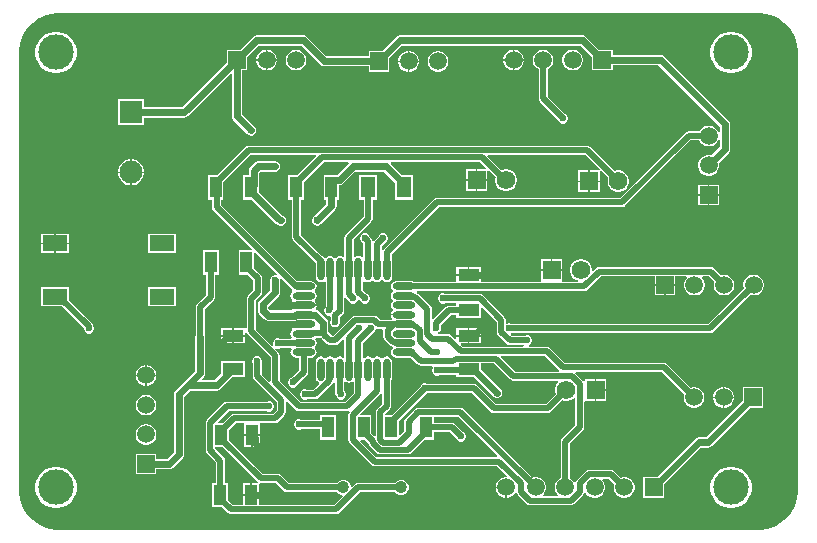
<source format=gtl>
G04*
G04 #@! TF.GenerationSoftware,Altium Limited,Altium Designer,23.4.1 (23)*
G04*
G04 Layer_Physical_Order=1*
G04 Layer_Color=255*
%FSLAX44Y44*%
%MOMM*%
G71*
G04*
G04 #@! TF.SameCoordinates,574EF0A3-D4D7-4E79-882F-14C39876F300*
G04*
G04*
G04 #@! TF.FilePolarity,Positive*
G04*
G01*
G75*
%ADD11C,0.6000*%
%ADD18O,1.9500X0.6000*%
%ADD19O,0.6000X1.9500*%
%ADD20R,2.1000X1.4000*%
%ADD21R,1.0500X1.8000*%
%ADD22R,1.8200X1.0200*%
%ADD23R,1.1046X1.7062*%
%ADD24R,1.8000X1.0000*%
%ADD25R,1.2500X1.8000*%
%ADD41C,0.5000*%
%ADD42C,3.0000*%
%ADD43R,1.5080X1.5080*%
%ADD44C,1.5080*%
%ADD45C,1.9500*%
%ADD46R,1.9500X1.9500*%
%ADD47R,1.5080X1.5080*%
%ADD48C,1.5750*%
%ADD49R,1.5750X1.5750*%
%ADD50C,1.0300*%
%ADD51C,0.6000*%
G36*
X911860Y973321D02*
X914057Y973321D01*
X918414Y972747D01*
X922658Y971610D01*
X926718Y969929D01*
X930523Y967731D01*
X934009Y965056D01*
X937116Y961949D01*
X939791Y958463D01*
X941988Y954658D01*
X943670Y950598D01*
X944807Y946354D01*
X945381Y941997D01*
X945381Y939800D01*
X945381Y568960D01*
Y566763D01*
X944807Y562406D01*
X943670Y558162D01*
X941988Y554102D01*
X939791Y550297D01*
X937116Y546811D01*
X934009Y543704D01*
X930523Y541029D01*
X926718Y538831D01*
X922658Y537150D01*
X918413Y536013D01*
X914057Y535439D01*
X911860D01*
X320040Y535439D01*
X317843Y535439D01*
X313486Y536012D01*
X309242Y537150D01*
X305182Y538831D01*
X301377Y541029D01*
X297891Y543703D01*
X294784Y546811D01*
X292108Y550297D01*
X289911Y554102D01*
X288230Y558162D01*
X287093Y562406D01*
X286519Y566763D01*
X286519Y568960D01*
X286519Y939800D01*
Y941997D01*
X287093Y946354D01*
X288230Y950598D01*
X289912Y954658D01*
X292108Y958463D01*
X294784Y961949D01*
X297891Y965057D01*
X301377Y967731D01*
X305182Y969928D01*
X309242Y971610D01*
X313486Y972747D01*
X317843Y973321D01*
X320040Y973321D01*
X911860Y973321D01*
D02*
G37*
%LPC*%
G36*
X763340Y954314D02*
X608560D01*
X606894Y953982D01*
X605481Y953038D01*
X593603Y941160D01*
X582140D01*
Y936704D01*
X546471D01*
X530136Y953038D01*
X528724Y953982D01*
X527057Y954314D01*
X487210D01*
X485544Y953982D01*
X484132Y953038D01*
X473353Y942260D01*
X461890D01*
Y930797D01*
X424447Y893354D01*
X392020D01*
Y900020D01*
X369980D01*
Y877980D01*
X392020D01*
Y884646D01*
X426250D01*
X427916Y884978D01*
X429329Y885921D01*
X465173Y921766D01*
X466347Y921280D01*
Y885660D01*
X466678Y883994D01*
X467622Y882581D01*
X479521Y870682D01*
X479878Y870443D01*
X480181Y870140D01*
X480577Y869976D01*
X480934Y869738D01*
X481354Y869654D01*
X481751Y869490D01*
X482179D01*
X482600Y869406D01*
X483021Y869490D01*
X483449D01*
X483845Y869654D01*
X484266Y869738D01*
X484623Y869976D01*
X485019Y870140D01*
X485322Y870443D01*
X485678Y870682D01*
X485917Y871038D01*
X486220Y871341D01*
X486384Y871737D01*
X486622Y872094D01*
X486706Y872514D01*
X486870Y872911D01*
Y873339D01*
X486954Y873760D01*
X486870Y874181D01*
Y874609D01*
X486706Y875005D01*
X486622Y875426D01*
X486384Y875783D01*
X486220Y876179D01*
X485917Y876482D01*
X485678Y876839D01*
X475054Y887463D01*
Y924640D01*
X479510D01*
Y936103D01*
X489013Y945606D01*
X525254D01*
X541589Y929272D01*
X543001Y928328D01*
X544667Y927997D01*
X582140D01*
Y923540D01*
X599760D01*
Y935003D01*
X610363Y945606D01*
X761537D01*
X771040Y936103D01*
Y924640D01*
X788660D01*
Y929096D01*
X827507D01*
X879566Y877037D01*
Y872207D01*
X878296Y872040D01*
X878160Y872550D01*
X877000Y874559D01*
X875359Y876200D01*
X873351Y877359D01*
X871110Y877960D01*
X868790D01*
X866550Y877359D01*
X864540Y876200D01*
X862900Y874559D01*
X861996Y872994D01*
X852997D01*
X852997Y872994D01*
X851526Y872701D01*
X850279Y871868D01*
X850279Y871868D01*
X795055Y816644D01*
X639954D01*
X639954Y816644D01*
X638483Y816351D01*
X637236Y815518D01*
X595023Y773305D01*
X594664Y772767D01*
X593394Y773153D01*
Y775918D01*
X595750Y778274D01*
X596779Y778700D01*
X597980Y779901D01*
X598630Y781471D01*
Y783169D01*
X597980Y784739D01*
X596779Y785940D01*
X595209Y786590D01*
X593511D01*
X591941Y785940D01*
X590740Y784739D01*
X590314Y783710D01*
X586832Y780228D01*
X586642Y779943D01*
X586345Y779930D01*
X585322Y780253D01*
X585101Y781361D01*
X584268Y782608D01*
X584268Y782608D01*
X583166Y783710D01*
X582740Y784739D01*
X581539Y785940D01*
X579969Y786590D01*
X578271D01*
X576701Y785940D01*
X575500Y784739D01*
X574850Y783169D01*
Y781471D01*
X575500Y779901D01*
X576701Y778700D01*
X577706Y778284D01*
Y766802D01*
X577183Y766475D01*
X576436Y766257D01*
X575216Y767073D01*
X573550Y767404D01*
X571884Y767073D01*
X570664Y766257D01*
X569916Y766475D01*
X569394Y766802D01*
Y781518D01*
X584368Y796492D01*
X584368Y796492D01*
X585201Y797739D01*
X585494Y799210D01*
Y815230D01*
X589170D01*
Y835770D01*
X574130D01*
Y815230D01*
X577806D01*
Y800803D01*
X562832Y785828D01*
X561998Y784581D01*
X561706Y783110D01*
X561706Y783110D01*
Y766802D01*
X561183Y766475D01*
X560436Y766257D01*
X559216Y767073D01*
X557550Y767404D01*
X555884Y767073D01*
X554471Y766129D01*
X554185Y765700D01*
X552915D01*
X552628Y766129D01*
X551216Y767073D01*
X549550Y767404D01*
X547884Y767073D01*
X546471Y766129D01*
X546185Y765700D01*
X544915D01*
X544628Y766129D01*
X543216Y767073D01*
X542901Y767135D01*
X524544Y785492D01*
Y815230D01*
X527220D01*
Y830334D01*
X543942Y847056D01*
X564783D01*
X565309Y845786D01*
X555731Y836208D01*
X554799Y836022D01*
X554546Y835854D01*
X552950D01*
X552529Y835770D01*
X544180D01*
Y815230D01*
X546346D01*
Y811583D01*
X535401Y800639D01*
X535163Y800282D01*
X534860Y799979D01*
X534696Y799583D01*
X534458Y799226D01*
X534374Y798805D01*
X534210Y798409D01*
Y797980D01*
X534126Y797560D01*
X534210Y797140D01*
Y796711D01*
X534374Y796314D01*
X534458Y795894D01*
X534696Y795537D01*
X534860Y795141D01*
X535163Y794838D01*
X535401Y794482D01*
X535758Y794243D01*
X536061Y793940D01*
X536457Y793776D01*
X536814Y793538D01*
X537234Y793454D01*
X537631Y793290D01*
X538060D01*
X538480Y793206D01*
X538900Y793290D01*
X539329D01*
X539725Y793454D01*
X540146Y793538D01*
X540503Y793776D01*
X540899Y793940D01*
X541202Y794243D01*
X541558Y794482D01*
X553778Y806702D01*
X554722Y808114D01*
X555054Y809780D01*
Y815230D01*
X557220D01*
Y827396D01*
X557631Y827478D01*
X557969Y827704D01*
X559346Y827978D01*
X560759Y828922D01*
X570763Y838926D01*
X595317D01*
X604630Y829613D01*
Y815230D01*
X619670D01*
Y835770D01*
X610787D01*
X600771Y845786D01*
X601297Y847056D01*
X676614D01*
X681405Y842265D01*
X680879Y840995D01*
X674135D01*
Y832485D01*
X682645D01*
Y839230D01*
X683915Y839756D01*
X689622Y834049D01*
X689355Y833054D01*
Y830646D01*
X689978Y828320D01*
X691182Y826235D01*
X692885Y824532D01*
X694970Y823328D01*
X697296Y822705D01*
X699704D01*
X702030Y823328D01*
X704115Y824532D01*
X705818Y826235D01*
X707022Y828320D01*
X707645Y830646D01*
Y833054D01*
X707022Y835380D01*
X705818Y837465D01*
X704115Y839168D01*
X702030Y840372D01*
X699704Y840995D01*
X697296D01*
X694970Y840372D01*
X694463Y840079D01*
X682390Y852153D01*
X682876Y853326D01*
X765538D01*
X777701Y841163D01*
X777173Y839895D01*
X776642Y839895D01*
X769185D01*
Y831385D01*
X777695D01*
Y838760D01*
X777695Y839373D01*
X778963Y839901D01*
X784934Y833930D01*
X784405Y831954D01*
Y829546D01*
X785028Y827220D01*
X786232Y825135D01*
X787935Y823432D01*
X790020Y822228D01*
X792346Y821605D01*
X794754D01*
X797080Y822228D01*
X799165Y823432D01*
X800868Y825135D01*
X802072Y827220D01*
X802695Y829546D01*
Y831954D01*
X802072Y834280D01*
X800868Y836365D01*
X799165Y838068D01*
X797080Y839272D01*
X794754Y839895D01*
X792346D01*
X790370Y839366D01*
X769848Y859888D01*
X768601Y860721D01*
X767130Y861014D01*
X767130Y861014D01*
X480520D01*
X480520Y861014D01*
X479049Y860721D01*
X477802Y859888D01*
X477802Y859888D01*
X453684Y835770D01*
X446080D01*
Y815230D01*
X449527D01*
Y808729D01*
X449527Y808729D01*
X449819Y807258D01*
X450652Y806011D01*
X483220Y773443D01*
X482734Y772270D01*
X472030D01*
Y751730D01*
X479634D01*
X484528Y746837D01*
Y738669D01*
X479882Y734023D01*
X479049Y732776D01*
X478756Y731305D01*
X478756Y731305D01*
Y706759D01*
X477730Y706170D01*
X477486Y706170D01*
X467995D01*
Y700435D01*
X477730D01*
Y702229D01*
X479000Y702354D01*
X479049Y702109D01*
X479882Y700862D01*
X499076Y681668D01*
Y661316D01*
X497806Y660790D01*
X491524Y667072D01*
Y676302D01*
X491950Y677331D01*
Y679029D01*
X491300Y680599D01*
X490099Y681800D01*
X488529Y682450D01*
X486831D01*
X485261Y681800D01*
X484060Y680599D01*
X483410Y679029D01*
Y677331D01*
X483836Y676302D01*
Y665480D01*
X483836Y665480D01*
X484129Y664009D01*
X484962Y662762D01*
X504156Y643568D01*
Y636592D01*
X501328Y633764D01*
X468162D01*
X468162Y633764D01*
X466691Y633471D01*
X465444Y632638D01*
X465444Y632638D01*
X458557Y625751D01*
X454711D01*
X454225Y626924D01*
X463536Y636236D01*
X495962D01*
X496991Y635810D01*
X498689D01*
X500259Y636460D01*
X501460Y637661D01*
X502110Y639231D01*
Y640929D01*
X501460Y642499D01*
X500259Y643700D01*
X498689Y644350D01*
X496991D01*
X495962Y643924D01*
X461944D01*
X461944Y643924D01*
X460473Y643631D01*
X459226Y642798D01*
X459226Y642798D01*
X445189Y628761D01*
X444356Y627514D01*
X444063Y626043D01*
X444063Y626043D01*
Y602951D01*
X444063Y602951D01*
X444356Y601480D01*
X445189Y600233D01*
X452740Y592681D01*
Y574951D01*
X449791D01*
Y555349D01*
X457941D01*
X463159Y550131D01*
X463159Y550131D01*
X464407Y549298D01*
X465877Y549005D01*
X465878Y549005D01*
X554764D01*
X554764Y549005D01*
X556235Y549298D01*
X557482Y550131D01*
X575007Y567656D01*
X604365D01*
X605963Y566057D01*
X608323Y565080D01*
X610877D01*
X613237Y566057D01*
X615043Y567863D01*
X616020Y570223D01*
Y572777D01*
X615043Y575137D01*
X613237Y576943D01*
X610877Y577920D01*
X608323D01*
X605963Y576943D01*
X604365Y575344D01*
X573415D01*
X573415Y575344D01*
X571944Y575051D01*
X570697Y574218D01*
X570697Y574218D01*
X568393Y571915D01*
X567220Y572401D01*
Y572777D01*
X566243Y575137D01*
X564437Y576943D01*
X562077Y577920D01*
X559523D01*
X557163Y576943D01*
X555565Y575344D01*
X514672D01*
X508178Y581838D01*
X506931Y582671D01*
X505460Y582964D01*
X505460Y582964D01*
X492614D01*
X463993Y611585D01*
Y620315D01*
X469754Y626076D01*
X475287D01*
X476423Y625751D01*
X476423Y624806D01*
Y616585D01*
X490009D01*
Y624806D01*
X490009Y625751D01*
X491144Y626076D01*
X502920D01*
X502920Y626076D01*
X504391Y626369D01*
X505638Y627202D01*
X510718Y632282D01*
X510718Y632282D01*
X511551Y633529D01*
X511844Y635000D01*
X511844Y635000D01*
Y644244D01*
X513114Y644770D01*
X520522Y637362D01*
X520522Y637362D01*
X521769Y636529D01*
X523240Y636236D01*
X523240Y636236D01*
X563880D01*
X563880Y636236D01*
X565244Y636507D01*
X565577Y636247D01*
X566112Y635580D01*
X565279Y634333D01*
X564986Y632862D01*
X564986Y632861D01*
Y611739D01*
X564986Y611738D01*
X565279Y610267D01*
X566112Y609020D01*
X584484Y590649D01*
X584484Y590648D01*
X585731Y589815D01*
X587202Y589523D01*
X691036D01*
X698979Y581580D01*
X698453Y580310D01*
X697340D01*
X695099Y579710D01*
X693091Y578550D01*
X691450Y576909D01*
X690290Y574901D01*
X689690Y572660D01*
Y572135D01*
X698500D01*
Y571500D01*
X699135D01*
Y562690D01*
X699660D01*
X701900Y563290D01*
X703910Y564450D01*
X705550Y566091D01*
X706065Y566983D01*
X707371Y566783D01*
X707404Y566762D01*
X707449Y566534D01*
X708282Y565287D01*
X716097Y557472D01*
X716097Y557472D01*
X717345Y556639D01*
X718816Y556346D01*
X718816Y556346D01*
X753185D01*
X753185Y556346D01*
X754656Y556639D01*
X755903Y557472D01*
X763718Y565287D01*
X763718Y565287D01*
X764551Y566534D01*
X764596Y566762D01*
X765935Y566983D01*
X766450Y566091D01*
X768091Y564450D01*
X770100Y563290D01*
X772340Y562690D01*
X774660D01*
X776901Y563290D01*
X778910Y564450D01*
X780550Y566091D01*
X781710Y568100D01*
X782310Y570340D01*
Y572660D01*
X781710Y574901D01*
X780550Y576909D01*
X779763Y577696D01*
X780289Y578966D01*
X785598D01*
X790158Y574406D01*
X789690Y572660D01*
Y570340D01*
X790290Y568100D01*
X791450Y566091D01*
X793090Y564450D01*
X795099Y563290D01*
X797340Y562690D01*
X799660D01*
X801900Y563290D01*
X803909Y564450D01*
X805549Y566091D01*
X806709Y568100D01*
X807310Y570340D01*
Y572660D01*
X806709Y574901D01*
X805549Y576909D01*
X803909Y578550D01*
X801900Y579710D01*
X799660Y580310D01*
X797340D01*
X795594Y579842D01*
X789908Y585528D01*
X788661Y586361D01*
X787190Y586654D01*
X787190Y586654D01*
X768815D01*
X767344Y586361D01*
X766097Y585528D01*
X766097Y585528D01*
X758282Y577713D01*
X757449Y576466D01*
X757403Y576238D01*
X757371Y576217D01*
X756065Y576017D01*
X755550Y576909D01*
X753909Y578550D01*
X752344Y579454D01*
Y608736D01*
X763663Y620055D01*
X763663Y620055D01*
X764496Y621302D01*
X764789Y622773D01*
Y643787D01*
X765155Y644905D01*
X766059Y644905D01*
X773665D01*
Y654050D01*
Y663195D01*
X765155D01*
Y661644D01*
X763885Y661259D01*
X763663Y661591D01*
X763663Y661592D01*
X757268Y667986D01*
X757794Y669256D01*
X830658D01*
X849308Y650606D01*
X848840Y648860D01*
Y646540D01*
X849440Y644299D01*
X850600Y642290D01*
X852240Y640650D01*
X854249Y639490D01*
X856490Y638890D01*
X858810D01*
X861050Y639490D01*
X863059Y640650D01*
X864699Y642290D01*
X865859Y644299D01*
X866460Y646540D01*
Y648860D01*
X865859Y651100D01*
X864699Y653110D01*
X863059Y654750D01*
X861050Y655910D01*
X858810Y656510D01*
X856490D01*
X854744Y656042D01*
X834968Y675818D01*
X833721Y676651D01*
X832250Y676944D01*
X832250Y676944D01*
X748310D01*
X735597Y689658D01*
X734350Y690491D01*
X732879Y690784D01*
X732879Y690784D01*
X718260D01*
X718008Y692054D01*
X718699Y692340D01*
X719900Y693541D01*
X720550Y695111D01*
Y696809D01*
X719900Y698379D01*
X718699Y699580D01*
X717129Y700230D01*
X715431D01*
X714402Y699804D01*
X703218D01*
X702345Y700677D01*
X702652Y702166D01*
X702918Y702276D01*
X871220D01*
X871220Y702276D01*
X872691Y702569D01*
X873938Y703402D01*
X905144Y734608D01*
X906890Y734140D01*
X909210D01*
X911451Y734740D01*
X913459Y735900D01*
X915100Y737541D01*
X916260Y739549D01*
X916860Y741790D01*
Y744110D01*
X916260Y746350D01*
X915100Y748360D01*
X913459Y750000D01*
X911451Y751160D01*
X909210Y751760D01*
X906890D01*
X904650Y751160D01*
X902641Y750000D01*
X901000Y748360D01*
X899840Y746350D01*
X899240Y744110D01*
Y741790D01*
X899708Y740044D01*
X869628Y709964D01*
X702918D01*
X701889Y710390D01*
X700191D01*
X699384Y710056D01*
X698114Y710892D01*
Y713411D01*
X698114Y713411D01*
X697821Y714882D01*
X696988Y716129D01*
X678879Y734238D01*
X677632Y735071D01*
X676161Y735364D01*
X676161Y735364D01*
X647038D01*
X646009Y735790D01*
X644311D01*
X642741Y735140D01*
X641540Y733939D01*
X640890Y732369D01*
Y730671D01*
X641540Y729101D01*
X642741Y727900D01*
X644311Y727250D01*
X646009D01*
X647038Y727676D01*
X656480D01*
Y725444D01*
X650250D01*
X650250Y725444D01*
X648779Y725151D01*
X647532Y724318D01*
X647532Y724318D01*
X636954Y713740D01*
X636248Y713878D01*
X635684Y714212D01*
Y722334D01*
X635684Y722334D01*
X635391Y723805D01*
X634558Y725052D01*
X624322Y735288D01*
X623075Y736121D01*
X623061Y736124D01*
X622702Y736686D01*
X623398Y737956D01*
X764618D01*
X764618Y737956D01*
X766089Y738249D01*
X767336Y739082D01*
X778671Y750416D01*
X824240D01*
Y743585D01*
X841860D01*
Y750416D01*
X851261D01*
X851787Y749146D01*
X851000Y748360D01*
X849840Y746350D01*
X849240Y744110D01*
Y741790D01*
X849840Y739549D01*
X851000Y737541D01*
X852641Y735900D01*
X854650Y734740D01*
X856890Y734140D01*
X859210D01*
X861451Y734740D01*
X863460Y735900D01*
X865100Y737541D01*
X866260Y739549D01*
X866860Y741790D01*
Y744110D01*
X866260Y746350D01*
X865100Y748360D01*
X864313Y749146D01*
X864839Y750416D01*
X870148D01*
X874708Y745856D01*
X874240Y744110D01*
Y741790D01*
X874840Y739549D01*
X876000Y737541D01*
X877640Y735900D01*
X879649Y734740D01*
X881890Y734140D01*
X884210D01*
X886450Y734740D01*
X888459Y735900D01*
X890099Y737541D01*
X891259Y739549D01*
X891860Y741790D01*
Y744110D01*
X891259Y746350D01*
X890099Y748360D01*
X888459Y750000D01*
X886450Y751160D01*
X884210Y751760D01*
X881890D01*
X880144Y751292D01*
X874458Y756978D01*
X873211Y757811D01*
X871740Y758104D01*
X871740Y758104D01*
X777079D01*
X777078Y758104D01*
X775608Y757811D01*
X774361Y756978D01*
X772415Y755033D01*
X771145Y755559D01*
Y756854D01*
X770522Y759180D01*
X769318Y761265D01*
X767615Y762968D01*
X765530Y764172D01*
X763204Y764795D01*
X760796D01*
X758470Y764172D01*
X756385Y762968D01*
X754682Y761265D01*
X753478Y759180D01*
X752855Y756854D01*
Y754446D01*
X753478Y752120D01*
X754682Y750035D01*
X756385Y748332D01*
X758470Y747128D01*
X759271Y746914D01*
X759103Y745644D01*
X747058D01*
X746145Y746505D01*
X746145Y746914D01*
Y755015D01*
X737000D01*
X727855D01*
Y746914D01*
X727855Y746505D01*
X726942Y745644D01*
X677020D01*
Y750965D01*
X666750D01*
X656480D01*
Y745644D01*
X620733D01*
X620466Y745822D01*
X618800Y746153D01*
X605300D01*
X603634Y745822D01*
X602222Y744878D01*
X601278Y743466D01*
X600946Y741800D01*
X601278Y740134D01*
X602222Y738721D01*
X602650Y738435D01*
Y737165D01*
X602222Y736878D01*
X601278Y735466D01*
X600946Y733800D01*
X601278Y732134D01*
X602222Y730721D01*
X602650Y730435D01*
Y729165D01*
X602222Y728878D01*
X601278Y727466D01*
X600946Y725800D01*
X601278Y724134D01*
X602222Y722721D01*
X602650Y722435D01*
Y721165D01*
X602222Y720878D01*
X601278Y719466D01*
X601073Y718435D01*
X612050D01*
Y717165D01*
X601073D01*
X601278Y716134D01*
X602093Y714914D01*
X601875Y714167D01*
X601549Y713644D01*
X591686D01*
X589722Y715608D01*
X588475Y716441D01*
X587004Y716734D01*
X587004Y716734D01*
X570650D01*
X570650Y716734D01*
X569179Y716441D01*
X567932Y715608D01*
X567932Y715608D01*
X552432Y700108D01*
X551033D01*
X548287Y702854D01*
X548287Y702854D01*
X548068Y703074D01*
Y705207D01*
X548127Y705506D01*
X548068Y705806D01*
Y711046D01*
X547736Y712712D01*
X546793Y714124D01*
X540038Y720878D01*
X538626Y721822D01*
X537870Y721973D01*
X537317Y723378D01*
X537822Y724134D01*
X538027Y725165D01*
X527050D01*
X516073D01*
X516278Y724134D01*
X517221Y722721D01*
X517263Y722694D01*
X516878Y721424D01*
X498853D01*
X497114Y723163D01*
Y724637D01*
X505998Y733521D01*
X506942Y734934D01*
X507274Y736600D01*
Y746760D01*
X507190Y747180D01*
Y747609D01*
X507142Y747726D01*
X508140Y748393D01*
X508237Y748427D01*
X516215Y740449D01*
X516278Y740134D01*
X517221Y738721D01*
X517650Y738435D01*
Y737165D01*
X517221Y736878D01*
X516278Y735466D01*
X515946Y733800D01*
X516278Y732134D01*
X517221Y730721D01*
X517650Y730435D01*
Y729165D01*
X517221Y728878D01*
X516278Y727466D01*
X516073Y726435D01*
X527050D01*
X538027D01*
X537822Y727466D01*
X536879Y728878D01*
X536450Y729165D01*
Y730435D01*
X536879Y730721D01*
X537822Y732134D01*
X538154Y733800D01*
X537822Y735466D01*
X536879Y736878D01*
X536450Y737165D01*
Y738435D01*
X536879Y738721D01*
X537822Y740134D01*
X538154Y741800D01*
X537822Y743466D01*
X536879Y744878D01*
X535466Y745822D01*
X533800Y746153D01*
X521382D01*
X457214Y810322D01*
Y815230D01*
X459120D01*
Y830334D01*
X482112Y853326D01*
X537681D01*
X538167Y852153D01*
X521784Y835770D01*
X514180D01*
Y815230D01*
X516856D01*
Y783900D01*
X516856Y783900D01*
X517149Y782429D01*
X517982Y781182D01*
X537196Y761968D01*
Y749550D01*
X537528Y747884D01*
X538471Y746472D01*
X539884Y745528D01*
X541550Y745197D01*
X543216Y745528D01*
X544436Y746343D01*
X545183Y746125D01*
X545706Y745799D01*
Y724465D01*
X545020Y723779D01*
X544370Y722209D01*
Y720511D01*
X545020Y718941D01*
X546221Y717740D01*
X547791Y717090D01*
X549489D01*
X550128Y715980D01*
Y713601D01*
X549511Y712110D01*
Y710411D01*
X550161Y708842D01*
X551362Y707641D01*
X552931Y706991D01*
X554630D01*
X556199Y707641D01*
X557401Y708842D01*
X558051Y710411D01*
Y712110D01*
X557816Y712677D01*
Y715526D01*
X560268Y717978D01*
X561101Y719225D01*
X561394Y720696D01*
Y732078D01*
X562664Y732464D01*
X562832Y732212D01*
X564914Y730130D01*
X565340Y729101D01*
X566541Y727900D01*
X568111Y727250D01*
X569809D01*
X571379Y727900D01*
X572580Y729101D01*
X573086Y730322D01*
X574403Y730801D01*
X575074Y730130D01*
X575500Y729101D01*
X576701Y727900D01*
X578271Y727250D01*
X579969D01*
X581539Y727900D01*
X582740Y729101D01*
X583390Y730671D01*
Y732369D01*
X582740Y733939D01*
X581539Y735140D01*
X580510Y735566D01*
X577394Y738682D01*
Y745799D01*
X577916Y746125D01*
X578664Y746343D01*
X579884Y745528D01*
X581550Y745197D01*
X583216Y745528D01*
X584628Y746472D01*
X584915Y746901D01*
X586185D01*
X586472Y746472D01*
X587884Y745528D01*
X589550Y745197D01*
X591216Y745528D01*
X592629Y746472D01*
X592915Y746900D01*
X594185D01*
X594472Y746472D01*
X595884Y745528D01*
X597550Y745197D01*
X599216Y745528D01*
X600629Y746472D01*
X601572Y747884D01*
X601904Y749550D01*
Y763050D01*
X601585Y764651D01*
Y768995D01*
X641546Y808956D01*
X796647D01*
X796647Y808956D01*
X798118Y809249D01*
X799365Y810082D01*
X854589Y865306D01*
X861996D01*
X862900Y863740D01*
X864540Y862100D01*
X866550Y860940D01*
X868790Y860340D01*
X871110D01*
X873351Y860940D01*
X875359Y862100D01*
X877000Y863740D01*
X878160Y865749D01*
X878296Y866260D01*
X879566Y866093D01*
Y859924D01*
X872288Y852645D01*
X871110Y852960D01*
X868790D01*
X866550Y852360D01*
X864540Y851200D01*
X862900Y849560D01*
X861740Y847551D01*
X861140Y845310D01*
Y842990D01*
X861740Y840750D01*
X862900Y838741D01*
X864540Y837101D01*
X866550Y835941D01*
X868790Y835340D01*
X871110D01*
X873351Y835941D01*
X875359Y837101D01*
X877000Y838741D01*
X878160Y840750D01*
X878760Y842990D01*
Y845310D01*
X878444Y846488D01*
X886999Y855042D01*
X887942Y856454D01*
X888274Y858120D01*
Y878840D01*
X887942Y880506D01*
X886999Y881918D01*
X832389Y936528D01*
X830976Y937472D01*
X829310Y937804D01*
X788660D01*
Y942260D01*
X777197D01*
X766419Y953038D01*
X765006Y953982D01*
X763340Y954314D01*
D02*
G37*
G36*
X706010Y942260D02*
X705485D01*
Y934085D01*
X713660D01*
Y934610D01*
X713060Y936851D01*
X711900Y938859D01*
X710259Y940500D01*
X708251Y941660D01*
X706010Y942260D01*
D02*
G37*
G36*
X496860D02*
X496335D01*
Y934085D01*
X504510D01*
Y934610D01*
X503909Y936851D01*
X502749Y938859D01*
X501109Y940500D01*
X499100Y941660D01*
X496860Y942260D01*
D02*
G37*
G36*
X704215D02*
X703690D01*
X701450Y941660D01*
X699441Y940500D01*
X697800Y938859D01*
X696640Y936851D01*
X696040Y934610D01*
Y934085D01*
X704215D01*
Y942260D01*
D02*
G37*
G36*
X495065D02*
X494540D01*
X492299Y941660D01*
X490290Y940500D01*
X488650Y938859D01*
X487490Y936851D01*
X486890Y934610D01*
Y934085D01*
X495065D01*
Y942260D01*
D02*
G37*
G36*
X617110Y941160D02*
X616585D01*
Y932985D01*
X624760D01*
Y933510D01*
X624160Y935751D01*
X623000Y937760D01*
X621359Y939400D01*
X619351Y940560D01*
X617110Y941160D01*
D02*
G37*
G36*
X615315D02*
X614790D01*
X612550Y940560D01*
X610541Y939400D01*
X608900Y937760D01*
X607740Y935751D01*
X607140Y933510D01*
Y932985D01*
X615315D01*
Y941160D01*
D02*
G37*
G36*
X756010Y942260D02*
X753690D01*
X751449Y941660D01*
X749440Y940500D01*
X747800Y938859D01*
X746640Y936851D01*
X746040Y934610D01*
Y932290D01*
X746640Y930050D01*
X747800Y928040D01*
X749440Y926400D01*
X751449Y925240D01*
X753690Y924640D01*
X756010D01*
X758250Y925240D01*
X760259Y926400D01*
X761900Y928040D01*
X763059Y930050D01*
X763660Y932290D01*
Y934610D01*
X763059Y936851D01*
X761900Y938859D01*
X760259Y940500D01*
X758250Y941660D01*
X756010Y942260D01*
D02*
G37*
G36*
X713660Y932815D02*
X705485D01*
Y924640D01*
X706010D01*
X708251Y925240D01*
X710259Y926400D01*
X711900Y928040D01*
X713060Y930050D01*
X713660Y932290D01*
Y932815D01*
D02*
G37*
G36*
X704215D02*
X696040D01*
Y932290D01*
X696640Y930050D01*
X697800Y928040D01*
X699441Y926400D01*
X701450Y925240D01*
X703690Y924640D01*
X704215D01*
Y932815D01*
D02*
G37*
G36*
X521860Y942260D02*
X519540D01*
X517299Y941660D01*
X515290Y940500D01*
X513650Y938859D01*
X512490Y936851D01*
X511890Y934610D01*
Y932290D01*
X512490Y930050D01*
X513650Y928040D01*
X515290Y926400D01*
X517299Y925240D01*
X519540Y924640D01*
X521860D01*
X524100Y925240D01*
X526110Y926400D01*
X527750Y928040D01*
X528910Y930050D01*
X529510Y932290D01*
Y934610D01*
X528910Y936851D01*
X527750Y938859D01*
X526110Y940500D01*
X524100Y941660D01*
X521860Y942260D01*
D02*
G37*
G36*
X504510Y932815D02*
X496335D01*
Y924640D01*
X496860D01*
X499100Y925240D01*
X501109Y926400D01*
X502749Y928040D01*
X503909Y930050D01*
X504510Y932290D01*
Y932815D01*
D02*
G37*
G36*
X495065D02*
X486890D01*
Y932290D01*
X487490Y930050D01*
X488650Y928040D01*
X490290Y926400D01*
X492299Y925240D01*
X494540Y924640D01*
X495065D01*
Y932815D01*
D02*
G37*
G36*
X642110Y941160D02*
X639790D01*
X637550Y940560D01*
X635541Y939400D01*
X633900Y937760D01*
X632741Y935751D01*
X632140Y933510D01*
Y931190D01*
X632741Y928950D01*
X633900Y926941D01*
X635541Y925300D01*
X637550Y924141D01*
X639790Y923540D01*
X642110D01*
X644351Y924141D01*
X646360Y925300D01*
X648000Y926941D01*
X649160Y928950D01*
X649760Y931190D01*
Y933510D01*
X649160Y935751D01*
X648000Y937760D01*
X646360Y939400D01*
X644351Y940560D01*
X642110Y941160D01*
D02*
G37*
G36*
X624760Y931715D02*
X616585D01*
Y923540D01*
X617110D01*
X619351Y924141D01*
X621359Y925300D01*
X623000Y926941D01*
X624160Y928950D01*
X624760Y931190D01*
Y931715D01*
D02*
G37*
G36*
X615315D02*
X607140D01*
Y931190D01*
X607740Y928950D01*
X608900Y926941D01*
X610541Y925300D01*
X612550Y924141D01*
X614790Y923540D01*
X615315D01*
Y931715D01*
D02*
G37*
G36*
X890724Y957300D02*
X887276D01*
X883895Y956628D01*
X880711Y955308D01*
X877844Y953393D01*
X875407Y950956D01*
X873492Y948089D01*
X872172Y944905D01*
X871500Y941524D01*
Y938076D01*
X872172Y934695D01*
X873492Y931511D01*
X875407Y928644D01*
X877844Y926207D01*
X880711Y924292D01*
X883895Y922972D01*
X887276Y922300D01*
X890724D01*
X894105Y922972D01*
X897289Y924292D01*
X900156Y926207D01*
X902593Y928644D01*
X904508Y931511D01*
X905827Y934695D01*
X906500Y938076D01*
Y941524D01*
X905827Y944905D01*
X904508Y948089D01*
X902593Y950956D01*
X900156Y953393D01*
X897289Y955308D01*
X894105Y956628D01*
X890724Y957300D01*
D02*
G37*
G36*
X319224D02*
X315776D01*
X312395Y956628D01*
X309211Y955308D01*
X306344Y953393D01*
X303907Y950956D01*
X301992Y948089D01*
X300672Y944905D01*
X300000Y941524D01*
Y938076D01*
X300672Y934695D01*
X301992Y931511D01*
X303907Y928644D01*
X306344Y926207D01*
X309211Y924292D01*
X312395Y922972D01*
X315776Y922300D01*
X319224D01*
X322605Y922972D01*
X325789Y924292D01*
X328656Y926207D01*
X331093Y928644D01*
X333008Y931511D01*
X334328Y934695D01*
X335000Y938076D01*
Y941524D01*
X334328Y944905D01*
X333008Y948089D01*
X331093Y950956D01*
X328656Y953393D01*
X325789Y955308D01*
X322605Y956628D01*
X319224Y957300D01*
D02*
G37*
G36*
X731010Y942260D02*
X728690D01*
X726450Y941660D01*
X724441Y940500D01*
X722801Y938859D01*
X721641Y936851D01*
X721040Y934610D01*
Y932290D01*
X721641Y930050D01*
X722801Y928040D01*
X724441Y926400D01*
X726006Y925496D01*
Y900830D01*
X726006Y900830D01*
X726299Y899359D01*
X727132Y898112D01*
X742714Y882530D01*
X743140Y881501D01*
X744341Y880300D01*
X745911Y879650D01*
X747609D01*
X749179Y880300D01*
X750380Y881501D01*
X751030Y883071D01*
Y884769D01*
X750380Y886339D01*
X749179Y887540D01*
X748150Y887966D01*
X733694Y902422D01*
Y925496D01*
X735260Y926400D01*
X736900Y928040D01*
X738060Y930050D01*
X738660Y932290D01*
Y934610D01*
X738060Y936851D01*
X736900Y938859D01*
X735260Y940500D01*
X733251Y941660D01*
X731010Y942260D01*
D02*
G37*
G36*
X382451Y849220D02*
X381635D01*
Y838835D01*
X392020D01*
Y839651D01*
X391269Y842454D01*
X389818Y844966D01*
X387766Y847018D01*
X385254Y848469D01*
X382451Y849220D01*
D02*
G37*
G36*
X380365D02*
X379549D01*
X376746Y848469D01*
X374234Y847018D01*
X372182Y844966D01*
X370731Y842454D01*
X369980Y839651D01*
Y838835D01*
X380365D01*
Y849220D01*
D02*
G37*
G36*
X672865Y840995D02*
X664355D01*
Y832485D01*
X672865D01*
Y840995D01*
D02*
G37*
G36*
X767915Y839895D02*
X759405D01*
Y831385D01*
X767915D01*
Y839895D01*
D02*
G37*
G36*
X392020Y837565D02*
X381635D01*
Y827180D01*
X382451D01*
X385254Y827931D01*
X387766Y829382D01*
X389818Y831434D01*
X391269Y833946D01*
X392020Y836749D01*
Y837565D01*
D02*
G37*
G36*
X380365D02*
X369980D01*
Y836749D01*
X370731Y833946D01*
X372182Y831434D01*
X374234Y829382D01*
X376746Y827931D01*
X379549Y827180D01*
X380365D01*
Y837565D01*
D02*
G37*
G36*
X682645Y831215D02*
X674135D01*
Y822705D01*
X682645D01*
Y831215D01*
D02*
G37*
G36*
X672865D02*
X664355D01*
Y822705D01*
X672865D01*
Y831215D01*
D02*
G37*
G36*
X777695Y830115D02*
X769185D01*
Y821605D01*
X777695D01*
Y830115D01*
D02*
G37*
G36*
X767915D02*
X759405D01*
Y821605D01*
X767915D01*
Y830115D01*
D02*
G37*
G36*
X878760Y827960D02*
X870585D01*
Y819785D01*
X878760D01*
Y827960D01*
D02*
G37*
G36*
X869315D02*
X861140D01*
Y819785D01*
X869315D01*
Y827960D01*
D02*
G37*
G36*
X878760Y818515D02*
X870585D01*
Y810340D01*
X878760D01*
Y818515D01*
D02*
G37*
G36*
X869315D02*
X861140D01*
Y810340D01*
X869315D01*
Y818515D01*
D02*
G37*
G36*
X502920Y847634D02*
X488365D01*
X486699Y847302D01*
X485286Y846358D01*
X481772Y842844D01*
X480828Y841431D01*
X480496Y839765D01*
Y835770D01*
X476080D01*
Y815230D01*
X482963D01*
X503712Y794482D01*
X505124Y793538D01*
X506790Y793206D01*
X508000D01*
X508420Y793290D01*
X508849D01*
X509245Y793454D01*
X509666Y793538D01*
X510023Y793776D01*
X510419Y793940D01*
X510722Y794243D01*
X511078Y794482D01*
X511317Y794838D01*
X511620Y795141D01*
X511784Y795537D01*
X512022Y795894D01*
X512106Y796314D01*
X512270Y796711D01*
Y797140D01*
X512354Y797560D01*
X512270Y797980D01*
Y798409D01*
X512106Y798805D01*
X512022Y799226D01*
X511784Y799583D01*
X511620Y799979D01*
X511317Y800282D01*
X511078Y800639D01*
X510722Y800877D01*
X510419Y801180D01*
X510023Y801344D01*
X509666Y801582D01*
X509245Y801666D01*
X508849Y801830D01*
X508677D01*
X489120Y821387D01*
Y827329D01*
X489204Y827750D01*
Y837962D01*
X490168Y838926D01*
X502920D01*
X503340Y839010D01*
X503769D01*
X504165Y839174D01*
X504586Y839258D01*
X504943Y839496D01*
X505339Y839660D01*
X505642Y839963D01*
X505998Y840201D01*
X506237Y840558D01*
X506540Y840861D01*
X506704Y841257D01*
X506942Y841614D01*
X507026Y842035D01*
X507190Y842431D01*
Y842859D01*
X507274Y843280D01*
X507190Y843700D01*
Y844129D01*
X507026Y844526D01*
X506942Y844946D01*
X506704Y845303D01*
X506540Y845699D01*
X506237Y846002D01*
X505998Y846358D01*
X505642Y846597D01*
X505339Y846900D01*
X504943Y847064D01*
X504586Y847302D01*
X504165Y847386D01*
X503769Y847550D01*
X503340D01*
X502920Y847634D01*
D02*
G37*
G36*
X328220Y786420D02*
X317085D01*
Y778785D01*
X328220D01*
Y786420D01*
D02*
G37*
G36*
X315815D02*
X304680D01*
Y778785D01*
X315815D01*
Y786420D01*
D02*
G37*
G36*
X419220D02*
X395680D01*
Y769880D01*
X419220D01*
Y786420D01*
D02*
G37*
G36*
X328220Y777515D02*
X317085D01*
Y769880D01*
X328220D01*
Y777515D01*
D02*
G37*
G36*
X315815D02*
X304680D01*
Y769880D01*
X315815D01*
Y777515D01*
D02*
G37*
G36*
X746145Y764795D02*
X737635D01*
Y756285D01*
X746145D01*
Y764795D01*
D02*
G37*
G36*
X736365D02*
X727855D01*
Y756285D01*
X736365D01*
Y764795D01*
D02*
G37*
G36*
X677020Y757870D02*
X667385D01*
Y752235D01*
X677020D01*
Y757870D01*
D02*
G37*
G36*
X666115D02*
X656480D01*
Y752235D01*
X666115D01*
Y757870D01*
D02*
G37*
G36*
X841860Y742315D02*
X833685D01*
Y734140D01*
X841860D01*
Y742315D01*
D02*
G37*
G36*
X832415D02*
X824240D01*
Y734140D01*
X832415D01*
Y742315D01*
D02*
G37*
G36*
X419220Y741420D02*
X395680D01*
Y724880D01*
X419220D01*
Y741420D01*
D02*
G37*
G36*
X328220D02*
X304680D01*
Y724880D01*
X322784D01*
X341170Y706494D01*
Y705271D01*
X341820Y703701D01*
X343021Y702500D01*
X344591Y701850D01*
X346289D01*
X347859Y702500D01*
X349060Y703701D01*
X349710Y705271D01*
Y706969D01*
X349060Y708539D01*
X348930Y708669D01*
X348800Y709322D01*
X347967Y710570D01*
X328220Y730316D01*
Y741420D01*
D02*
G37*
G36*
X466725Y706170D02*
X456990D01*
Y700435D01*
X466725D01*
Y706170D01*
D02*
G37*
G36*
X477730Y699165D02*
X467995D01*
Y693430D01*
X477730D01*
Y699165D01*
D02*
G37*
G36*
X466725D02*
X456990D01*
Y693430D01*
X466725D01*
Y699165D01*
D02*
G37*
G36*
X394860Y675160D02*
X394335D01*
Y666985D01*
X402510D01*
Y667510D01*
X401910Y669751D01*
X400750Y671760D01*
X399109Y673400D01*
X397100Y674560D01*
X394860Y675160D01*
D02*
G37*
G36*
X393065D02*
X392540D01*
X390299Y674560D01*
X388290Y673400D01*
X386650Y671760D01*
X385490Y669751D01*
X384890Y667510D01*
Y666985D01*
X393065D01*
Y675160D01*
D02*
G37*
G36*
X402510Y665715D02*
X394335D01*
Y657540D01*
X394860D01*
X397100Y658141D01*
X399109Y659301D01*
X400750Y660941D01*
X401910Y662950D01*
X402510Y665190D01*
Y665715D01*
D02*
G37*
G36*
X393065D02*
X384890D01*
Y665190D01*
X385490Y662950D01*
X386650Y660941D01*
X388290Y659301D01*
X390299Y658141D01*
X392540Y657540D01*
X393065D01*
Y665715D01*
D02*
G37*
G36*
X783445Y663195D02*
X774935D01*
Y654685D01*
X783445D01*
Y663195D01*
D02*
G37*
G36*
X883810Y656510D02*
X883285D01*
Y648335D01*
X891460D01*
Y648860D01*
X890860Y651100D01*
X889700Y653110D01*
X888059Y654750D01*
X886050Y655910D01*
X883810Y656510D01*
D02*
G37*
G36*
X882015D02*
X881490D01*
X879249Y655910D01*
X877241Y654750D01*
X875600Y653110D01*
X874440Y651100D01*
X873840Y648860D01*
Y648335D01*
X882015D01*
Y656510D01*
D02*
G37*
G36*
X783445Y653415D02*
X774935D01*
Y644905D01*
X783445D01*
Y653415D01*
D02*
G37*
G36*
X891460Y647065D02*
X883285D01*
Y638890D01*
X883810D01*
X886050Y639490D01*
X888059Y640650D01*
X889700Y642290D01*
X890860Y644299D01*
X891460Y646540D01*
Y647065D01*
D02*
G37*
G36*
X882015D02*
X873840D01*
Y646540D01*
X874440Y644299D01*
X875600Y642290D01*
X877241Y640650D01*
X879249Y639490D01*
X881490Y638890D01*
X882015D01*
Y647065D01*
D02*
G37*
G36*
X394860Y650160D02*
X392540D01*
X390299Y649560D01*
X388290Y648400D01*
X386650Y646759D01*
X385490Y644751D01*
X384890Y642510D01*
Y640190D01*
X385490Y637949D01*
X386650Y635941D01*
X388290Y634300D01*
X390299Y633140D01*
X392540Y632540D01*
X394860D01*
X397100Y633140D01*
X399109Y634300D01*
X400750Y635941D01*
X401910Y637949D01*
X402510Y640190D01*
Y642510D01*
X401910Y644751D01*
X400750Y646759D01*
X399109Y648400D01*
X397100Y649560D01*
X394860Y650160D01*
D02*
G37*
G36*
X554370Y632570D02*
X541330D01*
Y628684D01*
X525118D01*
X524089Y629110D01*
X522391D01*
X520821Y628460D01*
X519620Y627259D01*
X518970Y625689D01*
Y623991D01*
X519620Y622421D01*
X520821Y621220D01*
X522391Y620570D01*
X524089D01*
X525118Y620996D01*
X541330D01*
Y612030D01*
X554370D01*
Y632570D01*
D02*
G37*
G36*
X394860Y625160D02*
X392540D01*
X390299Y624559D01*
X388290Y623400D01*
X386650Y621759D01*
X385490Y619750D01*
X384890Y617510D01*
Y615190D01*
X385490Y612949D01*
X386650Y610940D01*
X388290Y609300D01*
X390299Y608140D01*
X392540Y607540D01*
X394860D01*
X397100Y608140D01*
X399109Y609300D01*
X400750Y610940D01*
X401910Y612949D01*
X402510Y615190D01*
Y617510D01*
X401910Y619750D01*
X400750Y621759D01*
X399109Y623400D01*
X397100Y624559D01*
X394860Y625160D01*
D02*
G37*
G36*
X490009Y615315D02*
X483851D01*
Y606149D01*
X490009D01*
Y615315D01*
D02*
G37*
G36*
X482581D02*
X476423D01*
Y606149D01*
X482581D01*
Y615315D01*
D02*
G37*
G36*
X455070Y772270D02*
X442030D01*
Y751730D01*
X444706D01*
Y734622D01*
X436702Y726618D01*
X435869Y725371D01*
X435576Y723900D01*
X435576Y723900D01*
Y700433D01*
X435398Y700166D01*
X435314Y699745D01*
X435150Y699349D01*
Y698921D01*
X435066Y698500D01*
Y669823D01*
X426181Y660938D01*
X418562Y653318D01*
X417618Y651906D01*
X417286Y650240D01*
Y601243D01*
X411747Y595704D01*
X402510D01*
Y600160D01*
X384890D01*
Y582540D01*
X402510D01*
Y586996D01*
X413550D01*
X415216Y587328D01*
X416629Y588272D01*
X424719Y596362D01*
X425662Y597774D01*
X425994Y599440D01*
Y648437D01*
X431063Y653506D01*
X453420D01*
X455086Y653838D01*
X456498Y654781D01*
X467147Y665430D01*
X477730D01*
Y678170D01*
X456990D01*
Y667587D01*
X451617Y662214D01*
X441430D01*
X440944Y663387D01*
X442499Y664941D01*
X443442Y666354D01*
X443774Y668020D01*
Y698500D01*
X443690Y698921D01*
Y699349D01*
X443526Y699745D01*
X443442Y700166D01*
X443264Y700433D01*
Y722308D01*
X451268Y730312D01*
X452101Y731559D01*
X452394Y733030D01*
X452394Y733030D01*
Y751730D01*
X455070D01*
Y772270D01*
D02*
G37*
G36*
X916460Y656510D02*
X898840D01*
Y645047D01*
X867747Y613954D01*
X861600D01*
X859934Y613622D01*
X858521Y612678D01*
X826153Y580310D01*
X814690D01*
Y562690D01*
X832310D01*
Y574153D01*
X863403Y605246D01*
X869550D01*
X871216Y605578D01*
X872629Y606521D01*
X904997Y638890D01*
X916460D01*
Y656510D01*
D02*
G37*
G36*
X697865Y570865D02*
X689690D01*
Y570340D01*
X690290Y568100D01*
X691450Y566091D01*
X693091Y564450D01*
X695099Y563290D01*
X697340Y562690D01*
X697865D01*
Y570865D01*
D02*
G37*
G36*
X890724Y589000D02*
X887276D01*
X883895Y588327D01*
X880711Y587008D01*
X877844Y585093D01*
X875407Y582656D01*
X873492Y579789D01*
X872172Y576605D01*
X871500Y573224D01*
Y569776D01*
X872172Y566395D01*
X873492Y563211D01*
X875407Y560344D01*
X877844Y557907D01*
X880711Y555992D01*
X883895Y554673D01*
X887276Y554000D01*
X890724D01*
X894105Y554673D01*
X897289Y555992D01*
X900156Y557907D01*
X902593Y560344D01*
X904508Y563211D01*
X905827Y566395D01*
X906500Y569776D01*
Y573224D01*
X905827Y576605D01*
X904508Y579789D01*
X902593Y582656D01*
X900156Y585093D01*
X897289Y587008D01*
X894105Y588327D01*
X890724Y589000D01*
D02*
G37*
G36*
X319224D02*
X315776D01*
X312395Y588327D01*
X309211Y587008D01*
X306344Y585093D01*
X303907Y582656D01*
X301992Y579789D01*
X300672Y576605D01*
X300000Y573224D01*
Y569776D01*
X300672Y566395D01*
X301992Y563211D01*
X303907Y560344D01*
X306344Y557907D01*
X309211Y555992D01*
X312395Y554673D01*
X315776Y554000D01*
X319224D01*
X322605Y554673D01*
X325789Y555992D01*
X328656Y557907D01*
X331093Y560344D01*
X333008Y563211D01*
X334328Y566395D01*
X335000Y569776D01*
Y573224D01*
X334328Y576605D01*
X333008Y579789D01*
X331093Y582656D01*
X328656Y585093D01*
X325789Y587008D01*
X322605Y588327D01*
X319224Y589000D01*
D02*
G37*
%LPD*%
G36*
X504587Y752077D02*
X504553Y751980D01*
X503886Y750982D01*
X503769Y751030D01*
X503340D01*
X502920Y751114D01*
X502500Y751030D01*
X502071D01*
X501674Y750866D01*
X501254Y750782D01*
X500897Y750544D01*
X500501Y750380D01*
X500198Y750077D01*
X499841Y749838D01*
X499603Y749482D01*
X499300Y749179D01*
X499136Y748783D01*
X498898Y748426D01*
X498814Y748006D01*
X498650Y747609D01*
Y747180D01*
X498566Y746760D01*
Y738403D01*
X489682Y729519D01*
X488738Y728106D01*
X488406Y726440D01*
Y721360D01*
X488490Y720939D01*
Y720511D01*
X488654Y720115D01*
X488738Y719694D01*
X488976Y719337D01*
X489140Y718941D01*
X489443Y718638D01*
X489682Y718281D01*
X493972Y713991D01*
X495384Y713048D01*
X497050Y712716D01*
X515766D01*
X516365Y711596D01*
X516278Y711466D01*
X516073Y710435D01*
X527050D01*
Y709165D01*
X516073D01*
X516278Y708134D01*
X517221Y706721D01*
X517650Y706435D01*
Y705165D01*
X517221Y704878D01*
X516278Y703466D01*
X515946Y701800D01*
X516278Y700134D01*
X517221Y698721D01*
X516833Y697454D01*
X506879D01*
X506309Y697690D01*
X504611D01*
X503041Y697040D01*
X501840Y695839D01*
X501190Y694269D01*
Y692571D01*
X501437Y691976D01*
X500360Y691256D01*
X486444Y705172D01*
Y729713D01*
X491089Y734359D01*
X491089Y734359D01*
X491923Y735605D01*
X492215Y737076D01*
Y748429D01*
X492215Y748429D01*
X491923Y749900D01*
X491089Y751147D01*
X491089Y751147D01*
X485070Y757166D01*
Y769934D01*
X486244Y770420D01*
X504587Y752077D01*
D02*
G37*
G36*
X690426Y711819D02*
Y703316D01*
X690426Y703316D01*
X690719Y701845D01*
X691552Y700598D01*
X698908Y693242D01*
X698908Y693242D01*
X700155Y692409D01*
X701626Y692116D01*
X713270D01*
X713321Y692054D01*
X712720Y690784D01*
X661671D01*
X660198Y692257D01*
X660684Y693430D01*
X666115D01*
Y699165D01*
X656380D01*
Y697734D01*
X655207Y697248D01*
X652141Y700314D01*
X650894Y701147D01*
X649423Y701440D01*
X649423Y701440D01*
X641264D01*
X641011Y702710D01*
X641915Y703084D01*
X643116Y704285D01*
X643766Y705854D01*
Y707553D01*
X643340Y708582D01*
Y709254D01*
X651842Y717756D01*
X656480D01*
Y715330D01*
X677020D01*
Y723566D01*
X678193Y724052D01*
X690426Y711819D01*
D02*
G37*
G36*
X743573Y670809D02*
X743047Y669539D01*
X706364D01*
X693980Y681923D01*
X694466Y683096D01*
X731286D01*
X743573Y670809D01*
D02*
G37*
G36*
X542048Y697969D02*
X542363Y697906D01*
X542851Y697418D01*
X542851Y697418D01*
X542851Y697418D01*
X546944Y693326D01*
X546944Y693326D01*
X548191Y692493D01*
X549662Y692200D01*
X549662Y692200D01*
X553804D01*
X553804Y692200D01*
X555275Y692493D01*
X556522Y693326D01*
X560436Y697240D01*
X561706Y696714D01*
Y681802D01*
X561183Y681475D01*
X560436Y681257D01*
X559216Y682072D01*
X557550Y682404D01*
X555884Y682072D01*
X554471Y681129D01*
X554185Y680700D01*
X552915D01*
X552628Y681129D01*
X551216Y682072D01*
X549550Y682404D01*
X547884Y682072D01*
X546471Y681129D01*
X546185Y680700D01*
X544915D01*
X544628Y681129D01*
X543216Y682072D01*
X541550Y682404D01*
X539884Y682072D01*
X538471Y681129D01*
X537528Y679716D01*
X537196Y678050D01*
Y664550D01*
X537528Y662884D01*
X538471Y661472D01*
X539884Y660528D01*
X540049Y660495D01*
X540418Y659280D01*
X535222Y654084D01*
X530198D01*
X529169Y654510D01*
X527471D01*
X525901Y653860D01*
X524700Y652659D01*
X524050Y651089D01*
Y649391D01*
X524700Y647821D01*
X525901Y646620D01*
X527471Y645970D01*
X529169D01*
X530198Y646396D01*
X536814D01*
X536814Y646396D01*
X538285Y646689D01*
X539532Y647522D01*
X551038Y659028D01*
X551038Y659028D01*
X551871Y660275D01*
X551874Y660290D01*
X552436Y660648D01*
X553706Y659952D01*
Y651761D01*
X553706Y651761D01*
X553999Y650290D01*
X554530Y649494D01*
Y649391D01*
X555180Y647821D01*
X556381Y646620D01*
X557951Y645970D01*
X559649D01*
X561219Y646620D01*
X562420Y647821D01*
X563070Y649391D01*
Y651089D01*
X562420Y652659D01*
X561394Y653685D01*
Y660798D01*
X561917Y661125D01*
X562664Y661343D01*
X563884Y660528D01*
X565550Y660197D01*
X567216Y660528D01*
X568245Y661215D01*
X569515Y660686D01*
Y651151D01*
X562288Y643924D01*
X524832D01*
X506764Y661992D01*
Y683260D01*
X506764Y683260D01*
X506471Y684731D01*
X505638Y685978D01*
X505638Y685978D01*
X503296Y688320D01*
X504016Y689397D01*
X504611Y689150D01*
X506309D01*
X507797Y689766D01*
X516438D01*
X516966Y688496D01*
X516278Y687466D01*
X515946Y685800D01*
X516278Y684134D01*
X517221Y682721D01*
X518634Y681778D01*
X520300Y681446D01*
X523206D01*
Y670882D01*
X516770Y664446D01*
X515741Y664020D01*
X514540Y662819D01*
X513890Y661249D01*
Y659551D01*
X514540Y657981D01*
X515741Y656780D01*
X517311Y656130D01*
X519009D01*
X520579Y656780D01*
X521780Y657981D01*
X522206Y659010D01*
X529768Y666572D01*
X529768Y666572D01*
X530601Y667819D01*
X530894Y669290D01*
X530894Y669290D01*
Y681446D01*
X533800D01*
X535466Y681778D01*
X536879Y682721D01*
X537822Y684134D01*
X538154Y685800D01*
X537822Y687466D01*
X536879Y688878D01*
X536450Y689165D01*
Y690435D01*
X536879Y690722D01*
X537822Y692134D01*
X538154Y693800D01*
X537822Y695466D01*
X536879Y696878D01*
X537265Y698147D01*
X541781D01*
X542048Y697969D01*
D02*
G37*
G36*
X590094Y705956D02*
X593660D01*
X594702Y704686D01*
X594686Y704604D01*
X594686Y704604D01*
Y698996D01*
X594686Y698996D01*
X594979Y697525D01*
X595812Y696278D01*
X599778Y692312D01*
X599778Y692312D01*
X601025Y691479D01*
X601822Y691320D01*
X602222Y690722D01*
X602650Y690435D01*
Y689165D01*
X602222Y688878D01*
X601278Y687466D01*
X600946Y685800D01*
X601278Y684134D01*
X602222Y682721D01*
X603634Y681778D01*
X605300Y681446D01*
X617718D01*
X623507Y675657D01*
X623507Y675657D01*
X624754Y674824D01*
X626225Y674531D01*
X626225Y674531D01*
X636217D01*
X636743Y673261D01*
X636460Y672979D01*
X635810Y671409D01*
Y669711D01*
X636460Y668141D01*
X637661Y666940D01*
X639231Y666290D01*
X640929D01*
X642420Y666908D01*
X656380D01*
Y665430D01*
X670963D01*
X687802Y648592D01*
X688158Y648353D01*
X688461Y648050D01*
X688857Y647886D01*
X689214Y647648D01*
X689634Y647564D01*
X690031Y647400D01*
X690460D01*
X690880Y647316D01*
X691301Y647400D01*
X691729D01*
X692125Y647564D01*
X692546Y647648D01*
X692903Y647886D01*
X693299Y648050D01*
X693602Y648353D01*
X693959Y648592D01*
X694197Y648948D01*
X694500Y649251D01*
X694664Y649647D01*
X694902Y650004D01*
X694986Y650424D01*
X695150Y650821D01*
Y651249D01*
X695234Y651670D01*
X695150Y652091D01*
Y652519D01*
X694986Y652915D01*
X694902Y653336D01*
X694664Y653693D01*
X694500Y654089D01*
X694197Y654392D01*
X693959Y654749D01*
X677120Y671587D01*
Y676826D01*
X688204D01*
X702053Y662977D01*
X703300Y662144D01*
X704771Y661851D01*
X704771Y661851D01*
X742372D01*
X742898Y660581D01*
X741982Y659665D01*
X740778Y657580D01*
X740155Y655254D01*
Y652846D01*
X740684Y650870D01*
X732048Y642234D01*
X689668D01*
X673864Y658038D01*
X672617Y658871D01*
X671146Y659164D01*
X671146Y659164D01*
X631798D01*
X630769Y659590D01*
X629071D01*
X627501Y658940D01*
X626300Y657739D01*
X625874Y656710D01*
X601734Y632570D01*
X596337D01*
X596007Y633840D01*
X600268Y638101D01*
X600268Y638101D01*
X601101Y639348D01*
X601394Y640819D01*
Y662617D01*
X601572Y662884D01*
X601904Y664550D01*
Y678050D01*
X601572Y679716D01*
X600629Y681129D01*
X599216Y682072D01*
X597550Y682404D01*
X595884Y682072D01*
X594472Y681129D01*
X594185Y680700D01*
X592915D01*
X592629Y681129D01*
X591216Y682072D01*
X589550Y682404D01*
X587884Y682072D01*
X586472Y681129D01*
X586185Y680699D01*
X584915D01*
X584628Y681129D01*
X583216Y682072D01*
X581550Y682404D01*
X579884Y682072D01*
X578664Y681257D01*
X577916Y681475D01*
X577394Y681802D01*
Y693878D01*
X585590Y702074D01*
X586619Y702500D01*
X587820Y703701D01*
X588470Y705271D01*
X589740Y706027D01*
X590094Y705956D01*
D02*
G37*
G36*
X593706Y650730D02*
Y642411D01*
X589212Y637917D01*
X588378Y636670D01*
X588086Y635199D01*
X588086Y635199D01*
Y615410D01*
X586913Y614924D01*
X584370Y617466D01*
Y632570D01*
X575634D01*
X575148Y633743D01*
X592268Y650864D01*
X592436Y651115D01*
X593706Y650730D01*
D02*
G37*
G36*
X691180Y598384D02*
X690694Y597210D01*
X588794D01*
X575148Y610857D01*
X575634Y612030D01*
X578934D01*
X581816Y609148D01*
Y609142D01*
X581816Y609141D01*
X582108Y607670D01*
X582942Y606423D01*
X588823Y600542D01*
X588823Y600542D01*
X590070Y599709D01*
X591541Y599416D01*
X615660D01*
X615660Y599416D01*
X617131Y599709D01*
X618378Y600542D01*
X629866Y612030D01*
X637470D01*
Y618456D01*
X651188D01*
X656354Y613290D01*
X656780Y612261D01*
X657981Y611060D01*
X659551Y610410D01*
X661249D01*
X662819Y611060D01*
X664020Y612261D01*
X664670Y613831D01*
Y615529D01*
X664020Y617099D01*
X662819Y618300D01*
X661790Y618726D01*
X655498Y625018D01*
X654251Y625851D01*
X652780Y626144D01*
X652780Y626144D01*
X637470D01*
Y631226D01*
X658338D01*
X691180Y598384D01*
D02*
G37*
G36*
X685358Y635672D02*
X685358Y635672D01*
X686605Y634839D01*
X688076Y634546D01*
X688076Y634546D01*
X733640D01*
X733640Y634546D01*
X735111Y634839D01*
X736358Y635672D01*
X746120Y645434D01*
X748096Y644905D01*
X750504D01*
X752830Y645528D01*
X754915Y646732D01*
X755831Y647648D01*
X757101Y647122D01*
Y624365D01*
X745782Y613046D01*
X744949Y611799D01*
X744656Y610328D01*
X744656Y610328D01*
Y579454D01*
X743090Y578550D01*
X741450Y576909D01*
X740290Y574901D01*
X739690Y572660D01*
Y570340D01*
X740290Y568100D01*
X741450Y566091D01*
X742237Y565304D01*
X741711Y564034D01*
X730289D01*
X729763Y565304D01*
X730550Y566091D01*
X731710Y568100D01*
X732310Y570340D01*
Y572660D01*
X731710Y574901D01*
X730550Y576909D01*
X728910Y578550D01*
X726901Y579710D01*
X724660Y580310D01*
X722340D01*
X720594Y579842D01*
X662648Y637788D01*
X661401Y638621D01*
X659930Y638914D01*
X659930Y638914D01*
X624139D01*
X622668Y638621D01*
X621421Y637788D01*
X621421Y637788D01*
X613232Y629599D01*
X612399Y628352D01*
X612106Y626881D01*
X612106Y626881D01*
Y619311D01*
X608643Y615848D01*
X607470Y616334D01*
Y624679D01*
X607544Y625050D01*
X607544Y625050D01*
Y627508D01*
X631310Y651274D01*
X631798Y651476D01*
X669554D01*
X685358Y635672D01*
D02*
G37*
G36*
X488304Y576402D02*
X488575Y576221D01*
X488190Y574951D01*
X483235D01*
Y565785D01*
X489393D01*
Y574305D01*
X489428Y574409D01*
X490484Y575383D01*
X491022Y575276D01*
X491022Y575276D01*
X503868D01*
X510362Y568782D01*
X511609Y567949D01*
X513080Y567656D01*
X513080Y567656D01*
X555565D01*
X557163Y566057D01*
X559523Y565080D01*
X559899D01*
X560385Y563907D01*
X553172Y556693D01*
X489393D01*
Y564515D01*
X475807D01*
Y556693D01*
X467470D01*
X463377Y560785D01*
Y574951D01*
X460428D01*
Y594273D01*
X460428Y594273D01*
X460136Y595744D01*
X459302Y596991D01*
X451751Y604543D01*
Y606149D01*
X458557D01*
X488304Y576402D01*
D02*
G37*
%LPC*%
G36*
X677120Y706170D02*
X667385D01*
Y700435D01*
X677120D01*
Y706170D01*
D02*
G37*
G36*
X666115D02*
X656380D01*
Y700435D01*
X666115D01*
Y706170D01*
D02*
G37*
G36*
X677120Y699165D02*
X667385D01*
Y693430D01*
X677120D01*
Y699165D01*
D02*
G37*
G36*
X481965Y574951D02*
X475807D01*
Y565785D01*
X481965D01*
Y574951D01*
D02*
G37*
%LPD*%
D11*
X483216Y615950D02*
X485739Y613427D01*
Y609001D02*
X502920Y591820D01*
X485739Y609001D02*
Y613427D01*
X482600Y565150D02*
X506730D01*
X508000Y566420D01*
X463360Y699800D02*
X467360D01*
X449580Y686020D02*
X463360Y699800D01*
X449580Y683260D02*
Y686020D01*
X439420Y668020D02*
Y698500D01*
X429260Y657860D02*
X439420Y668020D01*
X429260Y657860D02*
X453420D01*
X467360Y671800D01*
X421640Y650240D02*
X429260Y657860D01*
X679610Y708660D02*
X685800D01*
X666750Y699800D02*
X670750D01*
X679610Y708660D01*
X666750Y751600D02*
X693180D01*
X693420Y751840D01*
X509140Y709800D02*
X527050D01*
X508000Y708660D02*
X509140Y709800D01*
X508640Y725800D02*
X527050D01*
X508000Y726440D02*
X508640Y725800D01*
X497050Y717070D02*
X519570D01*
X492760Y721360D02*
X497050Y717070D01*
X421640Y599440D02*
Y650240D01*
X393700Y591350D02*
X413550D01*
X421640Y599440D01*
X488365Y843280D02*
X502920D01*
X484850Y827750D02*
Y839765D01*
X488365Y843280D01*
X482600Y825500D02*
X484850Y827750D01*
X470700Y885660D02*
Y933450D01*
Y885660D02*
X482600Y873760D01*
X536960Y717800D02*
X543714Y711046D01*
X520300Y717800D02*
X536960D01*
X543714Y701991D02*
Y711046D01*
X670750Y671800D02*
X690880Y651670D01*
X666750Y671800D02*
X670750D01*
X492760Y721360D02*
Y726440D01*
X502920Y736600D01*
Y746760D01*
X506790Y797560D02*
X508000D01*
X482600Y821750D02*
X506790Y797560D01*
X482600Y821750D02*
Y825500D01*
X538480Y797560D02*
X550700Y809780D01*
Y825500D01*
X568960Y843280D02*
X597120D01*
X555965Y831500D02*
X556465Y832000D01*
X557680D02*
X568960Y843280D01*
X550700Y829250D02*
X552950Y831500D01*
X555965D01*
X556465Y832000D02*
X557680D01*
X597120Y843280D02*
X612150Y828250D01*
X550700Y825500D02*
Y829250D01*
X612150Y825500D02*
Y828250D01*
X883920Y858120D02*
Y878840D01*
X829310Y933450D02*
X883920Y878840D01*
X869950Y844150D02*
X883920Y858120D01*
X779850Y933450D02*
X829310D01*
X487210Y949960D02*
X527057D01*
X470700Y933450D02*
X487210Y949960D01*
X527057D02*
X544667Y932350D01*
X426250Y889000D02*
X470700Y933450D01*
X590950Y932350D02*
X608560Y949960D01*
X763340D02*
X779850Y933450D01*
X608560Y949960D02*
X763340D01*
X381000Y889000D02*
X426250D01*
X544667Y932350D02*
X590950D01*
X823500Y571500D02*
X861600Y609600D01*
X869550D01*
X907650Y647700D01*
X519570Y717070D02*
X520300Y717800D01*
D18*
X527050Y741800D02*
D03*
Y733800D02*
D03*
Y725800D02*
D03*
Y717800D02*
D03*
Y709800D02*
D03*
Y701800D02*
D03*
Y693800D02*
D03*
Y685800D02*
D03*
X612050D02*
D03*
Y693800D02*
D03*
Y701800D02*
D03*
Y709800D02*
D03*
Y717800D02*
D03*
Y725800D02*
D03*
Y733800D02*
D03*
Y741800D02*
D03*
D19*
X541550Y671300D02*
D03*
X549550D02*
D03*
X557550D02*
D03*
X565550D02*
D03*
X573550D02*
D03*
X581550D02*
D03*
X589550D02*
D03*
X597550D02*
D03*
Y756300D02*
D03*
X589550D02*
D03*
X581550D02*
D03*
X573550D02*
D03*
X565550D02*
D03*
X557550D02*
D03*
X549550D02*
D03*
X541550D02*
D03*
D20*
X407450Y733150D02*
D03*
Y778150D02*
D03*
X316450Y733150D02*
D03*
Y778150D02*
D03*
D21*
X630950Y622300D02*
D03*
X600950D02*
D03*
X577850D02*
D03*
X547850D02*
D03*
X550700Y825500D02*
D03*
X520700D02*
D03*
X482600D02*
D03*
X452600D02*
D03*
X478550Y762000D02*
D03*
X448550D02*
D03*
D22*
X467360Y671800D02*
D03*
Y699800D02*
D03*
X666750Y671800D02*
D03*
Y699800D02*
D03*
D23*
X457200Y615950D02*
D03*
X483216D02*
D03*
X456584Y565150D02*
D03*
X482600D02*
D03*
D24*
X666750Y721600D02*
D03*
Y751600D02*
D03*
D25*
X581650Y825500D02*
D03*
X612150D02*
D03*
D41*
X513080Y571500D02*
X560800D01*
X457200Y612942D02*
X491022Y579120D01*
X505460D02*
X513080Y571500D01*
X491022Y579120D02*
X505460D01*
X457200Y615950D02*
Y618958D01*
Y612942D02*
Y615950D01*
X456584Y562142D02*
X465877Y552849D01*
X456584Y565150D02*
Y594273D01*
X465877Y552849D02*
X554764D01*
X573415Y571500D01*
X456584Y562142D02*
Y565150D01*
X665701Y670751D02*
X666750Y671800D01*
X640271Y670751D02*
X665701D01*
X640080Y670560D02*
X640271Y670751D01*
X439420Y698500D02*
Y723900D01*
X448550Y733030D01*
X694270Y703316D02*
X701626Y695960D01*
X694270Y703316D02*
Y713411D01*
X676161Y731520D02*
X694270Y713411D01*
X701040Y706120D02*
X871220D01*
X701626Y695960D02*
X716280D01*
X764618Y741800D02*
X777078Y754260D01*
X612050Y741800D02*
X764618D01*
X526860Y693610D02*
X527050Y693800D01*
X505460Y693420D02*
X505650Y693610D01*
X526860D01*
X482600Y731305D02*
X488371Y737076D01*
X482600Y703580D02*
X502920Y683260D01*
X482600Y703580D02*
Y731305D01*
X502920Y660400D02*
Y683260D01*
Y660400D02*
X523240Y640080D01*
X487680Y665480D02*
Y678180D01*
Y665480D02*
X508000Y645160D01*
X452600Y829250D02*
X480520Y857170D01*
X767130D01*
X545569Y700136D02*
X549662Y696044D01*
X543714Y701991D02*
X545569Y700136D01*
X549662Y696044D02*
X553804D01*
X545569Y700136D02*
X545569D01*
X553804Y696044D02*
X570650Y712890D01*
X527241Y701991D02*
X543714D01*
X544283Y705506D02*
Y705506D01*
X570650Y712890D02*
X587004D01*
X527050Y701800D02*
X527241Y701991D01*
X590094Y709800D02*
X612050D01*
X587004Y712890D02*
X590094Y709800D01*
X626225Y678375D02*
X653794D01*
X689796Y680670D02*
X704771Y665695D01*
X635271Y685800D02*
X640080D01*
X653794Y678375D02*
X656088Y680670D01*
X625570Y695500D02*
X635271Y685800D01*
X619127Y685473D02*
X626225Y678375D01*
X621604Y708570D02*
X625570Y704604D01*
Y695500D02*
Y704604D01*
X631840Y701269D02*
X635513Y697596D01*
X649423D01*
X660078Y686940D01*
X639496Y710846D02*
X650250Y721600D01*
X639496Y706704D02*
Y710846D01*
X619071Y709800D02*
X620301Y708570D01*
Y732570D02*
X621604D01*
X650250Y721600D02*
X666750D01*
X620301Y708570D02*
X621604D01*
Y732570D02*
X631840Y722334D01*
Y701269D02*
Y722334D01*
X612050Y733800D02*
X619071D01*
X612050Y709800D02*
X619071D01*
Y733800D02*
X620301Y732570D01*
X605029Y693800D02*
X612050D01*
X603800Y695030D02*
X605029Y693800D01*
X602496Y695030D02*
X603800D01*
X598530Y698996D02*
X602496Y695030D01*
X598530Y698996D02*
Y704604D01*
X603535Y709609D01*
X611859D01*
X612050Y709800D01*
X630950Y622300D02*
X652780D01*
X660400Y614680D01*
X660078Y686940D02*
X732879D01*
X629920Y655320D02*
X671146D01*
X732879Y686940D02*
X734019Y685800D01*
X656088Y680670D02*
X689796D01*
X688076Y638390D02*
X733640D01*
X612377Y685473D02*
X619127D01*
X671146Y655320D02*
X688076Y638390D01*
X612050Y685800D02*
X612377Y685473D01*
X733640Y638390D02*
X749300Y654050D01*
X760945Y622773D02*
Y658874D01*
X704771Y665695D02*
X754124D01*
X520700Y783900D02*
Y825500D01*
Y829250D01*
Y783900D02*
X541550Y763050D01*
X448550Y733030D02*
Y762000D01*
X615660Y603260D02*
X630950Y618550D01*
X591541Y603260D02*
X615660D01*
X630950Y618550D02*
Y622300D01*
X585660Y609141D02*
X591541Y603260D01*
X577850Y618550D02*
X585660Y610740D01*
X577850Y618550D02*
Y622300D01*
X585660Y609141D02*
Y610740D01*
X557550Y720696D02*
Y756300D01*
X553972Y711452D02*
Y717118D01*
X557550Y720696D01*
X553781Y711261D02*
X553972Y711452D01*
X549550Y722270D02*
Y756300D01*
X548640Y721360D02*
X549550Y722270D01*
X488371Y737076D02*
Y748429D01*
X478550Y758250D02*
X488371Y748429D01*
X508000Y635000D02*
Y645160D01*
X502920Y629920D02*
X508000Y635000D01*
X468162Y629920D02*
X502920D01*
X457200Y618958D02*
X468162Y629920D01*
X461944Y640080D02*
X497840D01*
X447907Y626043D02*
X461944Y640080D01*
X447907Y602951D02*
Y626043D01*
Y602951D02*
X456584Y594273D01*
X523240Y640080D02*
X563880D01*
X573358Y649558D01*
X527050Y669290D02*
Y685800D01*
X518160Y660400D02*
X527050Y669290D01*
X734019Y685800D02*
X746718Y673100D01*
X645160Y731520D02*
X676161D01*
X573550Y737090D02*
X579120Y731520D01*
X573550Y737090D02*
Y756300D01*
Y695470D02*
X584200Y706120D01*
X871220D02*
X908050Y742950D01*
X729850Y900830D02*
Y933450D01*
Y900830D02*
X746760Y883920D01*
X573550Y671300D02*
Y695470D01*
X565550Y697630D02*
X574040Y706120D01*
X565550Y671300D02*
Y697630D01*
X557550Y651761D02*
Y671300D01*
Y651761D02*
X558800Y650511D01*
Y650240D02*
Y650511D01*
X600950Y622300D02*
X603700Y625050D01*
Y629100D01*
X629920Y655320D01*
X549550Y664279D02*
Y671300D01*
X548320Y663049D02*
X549550Y664279D01*
X548320Y661746D02*
Y663049D01*
X536814Y650240D02*
X548320Y661746D01*
X528320Y650240D02*
X536814D01*
X523240Y624840D02*
X545310D01*
X573358Y649558D02*
Y671109D01*
X573550Y671300D01*
X545310Y624840D02*
X547850Y622300D01*
X565550Y756300D02*
Y783110D01*
Y734930D02*
Y756300D01*
Y734930D02*
X568960Y731520D01*
X316450Y733150D02*
X319950D01*
X345249Y707851D01*
Y706311D02*
Y707851D01*
Y706311D02*
X345440Y706120D01*
X581550Y756300D02*
Y779890D01*
X579120Y782320D02*
X581550Y779890D01*
X589550Y756300D02*
Y777510D01*
X594360Y782320D01*
X520700Y829250D02*
X542350Y850900D01*
X678206D01*
X565550Y783110D02*
X581650Y799210D01*
Y825500D01*
X777078Y754260D02*
X871740D01*
X883050Y742950D01*
X597742Y770587D02*
X639954Y812800D01*
X796647D01*
X852997Y869150D01*
X597550Y756300D02*
X597742Y756492D01*
Y770587D01*
X852997Y869150D02*
X869950D01*
X452600Y825500D02*
Y829250D01*
X767130Y857170D02*
X793550Y830750D01*
X678206Y850900D02*
X697256Y831850D01*
X541550Y756300D02*
Y763050D01*
X697256Y831850D02*
X698500D01*
X452600Y825500D02*
X453371Y824730D01*
Y808729D02*
Y824730D01*
Y808729D02*
X520300Y741800D01*
X527050D01*
X478550Y758250D02*
Y762000D01*
X573415Y571500D02*
X609600D01*
X587202Y593367D02*
X692628D01*
X711000Y568005D02*
X718816Y560190D01*
X568830Y611738D02*
Y632862D01*
X718816Y560190D02*
X753185D01*
X711000Y568005D02*
Y574995D01*
X753185Y560190D02*
X761000Y568005D01*
X568830Y611738D02*
X587202Y593367D01*
X761000Y568005D02*
Y574995D01*
X589550Y653582D02*
Y671300D01*
X761000Y574995D02*
X768815Y582810D01*
X568830Y632862D02*
X589550Y653582D01*
X768815Y582810D02*
X787190D01*
X692628Y593367D02*
X711000Y574995D01*
X787190Y582810D02*
X798500Y571500D01*
X597550Y640819D02*
Y671300D01*
X591930Y635199D02*
X597550Y640819D01*
X591930Y611738D02*
Y635199D01*
Y611738D02*
X594138Y609530D01*
X607761D02*
X615950Y617719D01*
Y626881D01*
X624139Y635070D01*
X659930D02*
X723500Y571500D01*
X624139Y635070D02*
X659930D01*
X594138Y609530D02*
X607761D01*
X754124Y665695D02*
X760945Y658874D01*
X748500Y610328D02*
X760945Y622773D01*
X748500Y571500D02*
Y610328D01*
X746718Y673100D02*
X832250D01*
X857650Y647700D01*
D42*
X889000Y939800D02*
D03*
Y571500D02*
D03*
X317500D02*
D03*
Y939800D02*
D03*
D43*
X393700Y591350D02*
D03*
X869950Y819150D02*
D03*
D44*
X393700Y616350D02*
D03*
Y641350D02*
D03*
Y666350D02*
D03*
X520700Y933450D02*
D03*
X495700D02*
D03*
X615950Y932350D02*
D03*
X640950D02*
D03*
X754850Y933450D02*
D03*
X729850D02*
D03*
X704850D02*
D03*
X869950Y844150D02*
D03*
Y869150D02*
D03*
X858050Y742950D02*
D03*
X883050D02*
D03*
X908050D02*
D03*
X882650Y647700D02*
D03*
X857650D02*
D03*
X698500Y571500D02*
D03*
X723500D02*
D03*
X798500D02*
D03*
X748500D02*
D03*
X773500D02*
D03*
D45*
X381000Y838200D02*
D03*
D46*
Y889000D02*
D03*
D47*
X470700Y933450D02*
D03*
X590950Y932350D02*
D03*
X779850Y933450D02*
D03*
X833050Y742950D02*
D03*
X907650Y647700D02*
D03*
X823500Y571500D02*
D03*
D48*
X762000Y755650D02*
D03*
X793550Y830750D02*
D03*
X698500Y831850D02*
D03*
X749300Y654050D02*
D03*
D49*
X737000Y755650D02*
D03*
X768550Y830750D02*
D03*
X673500Y831850D02*
D03*
X774300Y654050D02*
D03*
D50*
X609600Y571500D02*
D03*
X560800D02*
D03*
D51*
X508000Y566420D02*
D03*
X502920Y591820D02*
D03*
X640080Y670560D02*
D03*
X449580Y683260D02*
D03*
X439420Y698500D02*
D03*
X693180Y751600D02*
D03*
X685800Y708660D02*
D03*
X701040Y706120D02*
D03*
X508000Y726440D02*
D03*
Y708660D02*
D03*
X505460Y693420D02*
D03*
X487680Y678180D02*
D03*
X482600Y873760D02*
D03*
X502920Y843280D02*
D03*
X639496Y706704D02*
D03*
X640080Y685800D02*
D03*
X660400Y614680D02*
D03*
X690880Y651670D02*
D03*
X502920Y746760D02*
D03*
X538480Y797560D02*
D03*
X508000D02*
D03*
X553781Y711261D02*
D03*
X548640Y721360D02*
D03*
X492760D02*
D03*
X518160Y660400D02*
D03*
X497840Y640080D02*
D03*
X716280Y695960D02*
D03*
X645160Y731520D02*
D03*
X579120D02*
D03*
X584200Y706120D02*
D03*
X746760Y883920D02*
D03*
X574040Y706120D02*
D03*
X558800Y650240D02*
D03*
X629920Y655320D02*
D03*
X523240Y624840D02*
D03*
X528320Y650240D02*
D03*
X345440Y706120D02*
D03*
X594360Y782320D02*
D03*
X579120D02*
D03*
X568960Y731520D02*
D03*
M02*

</source>
